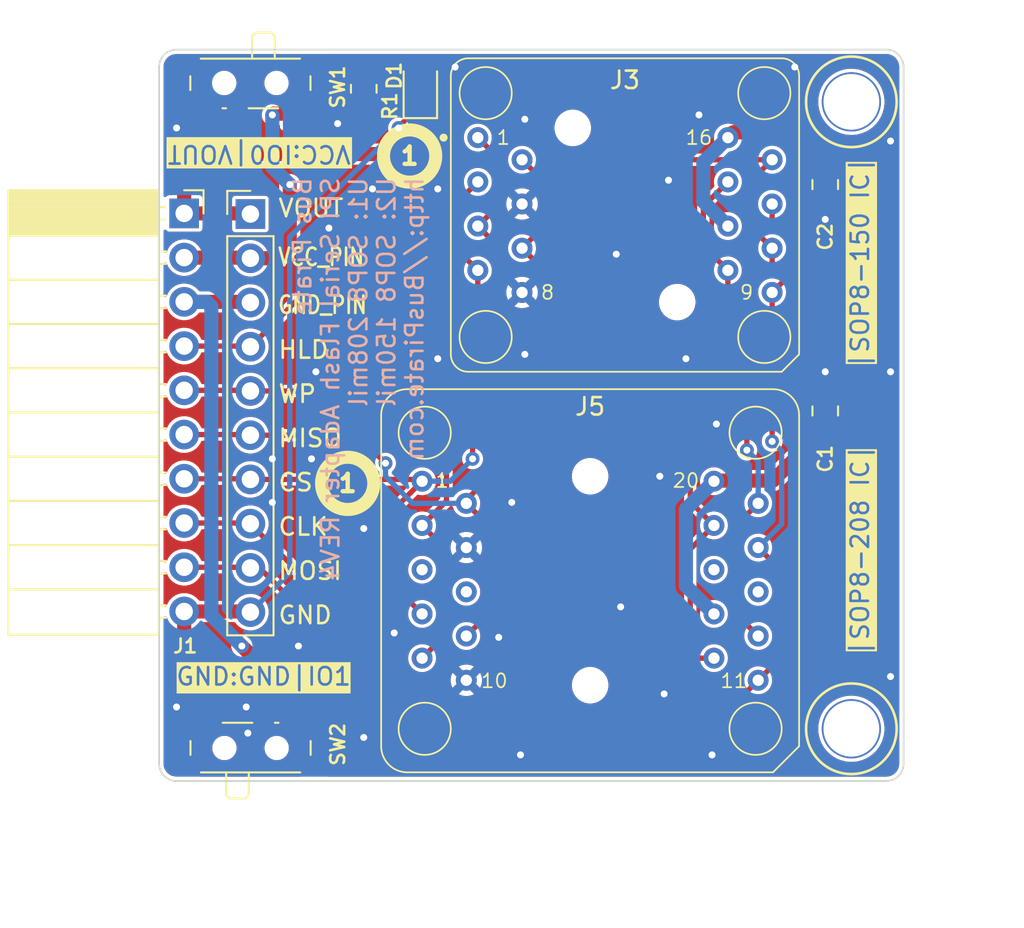
<source format=kicad_pcb>
(kicad_pcb (version 20241229) (generator "pcbnew") (generator_version "9.0")
  (layers (0 "F.Cu" signal) (2 "B.Cu" signal) (13 "F.Paste" user) (15 "B.Paste" user) (5 "F.SilkS" user "F.Silkscreen") (7 "B.SilkS" user "B.Silkscreen") (1 "F.Mask" user) (3 "B.Mask" user) (25 "Edge.Cuts" user))
  (net 0 "")
  (net 1 "Net-(D1-A)")
  (net 2 "VOUT")
  (net 3 "GND")
  (net 4 "CDI")
  (net 5 "CS")
  (net 6 "SCLK")
  (net 7 "CDO")
  (net 8 "VCC_PIN")
  (net 9 "GND_PIN")
  (net 10 "WP")
  (net 11 "HOLD")
  (net 12 "VCC_CHIP")
  (net 13 "GND_CHIP")
  (footprint "LED_SMD:LED_0805_2012Metric" (layer "F.Cu") (at 152 68.25 90)
    (property "Reference" "D1" (at 0.75 -1.5 90) (layer "F.SilkS") (effects (font (size 0.8 0.8))))
    (property "Value" "LED")
    (fp_line (start 1 -0.96) (end -1.685 -0.96) (stroke (width 0.12)) (layer "F.SilkS"))
    (fp_line (start -1.685 -0.96) (end -1.685 0.96) (stroke (width 0.12)) (layer "F.SilkS"))
    (fp_line (start -1.685 0.96) (end 1 0.96) (stroke (width 0.12)) (layer "F.SilkS"))
    (pad "1" smd roundrect (at -0.9375 0 90) (size 0.975 1.4) (layers "F.Cu" "F.Mask" "F.Paste") (net 3 "GND"))
    (pad "2" smd roundrect (at 0.9375 0 90) (size 0.975 1.4) (layers "F.Cu" "F.Mask" "F.Paste") (net 1 "Net-(D1-A)"))
  )
  (footprint "Capacitor_SMD:C_0805_2012Metric" (layer "F.Cu") (at 175.25 73.75 -90)
    (property "Reference" "C2" (at 3 0 90) (layer "F.SilkS") (effects (font (size 0.8 0.8))))
    (property "Value" "0.1uF")
    (fp_line (start -0.261252 0.735) (end 0.261252 0.735) (stroke (width 0.12)) (layer "F.SilkS"))
    (fp_line (start -0.261252 -0.735) (end 0.261252 -0.735) (stroke (width 0.12)) (layer "F.SilkS"))
    (pad "1" smd roundrect (at -0.95 0 270) (size 1 1.45) (layers "F.Cu" "F.Mask" "F.Paste") (net 12 "VCC_CHIP"))
    (pad "2" smd roundrect (at 0.95 0 270) (size 1 1.45) (layers "F.Cu" "F.Mask" "F.Paste") (net 13 "GND_CHIP"))
  )
  (footprint "Button_Switch_SMD:SW_SPDT_PCM12" (layer "F.Cu") (at 142.24 68.25 180)
    (property "Reference" "SW1" (at -5.01 0.104 90) (layer "F.SilkS") (effects (font (size 0.8 0.8))))
    (property "Value" "SW_SPDT")
    (fp_line (start 3.45 0.72) (end 3.45 -0.07) (stroke (width 0.12)) (layer "F.SilkS"))
    (fp_line (start 1.4 -1.12) (end 1.6 -1.12) (stroke (width 0.12)) (layer "F.SilkS"))
    (fp_line (start -0.1 3.02) (end -0.1 1.73) (stroke (width 0.12)) (layer "F.SilkS"))
    (fp_line (start -0.1 3.02) (end -0.3 3.23) (stroke (width 0.12)) (layer "F.SilkS"))
    (fp_line (start -1.2 3.23) (end -0.3 3.23) (stroke (width 0.12)) (layer "F.SilkS"))
    (fp_line (start -1.4 3.02) (end -1.2 3.23) (stroke (width 0.12)) (layer "F.SilkS"))
    (fp_line (start -1.4 1.73) (end -1.4 3.02) (stroke (width 0.12)) (layer "F.SilkS"))
    (fp_line (start -1.6 -1.12) (end 0.1 -1.12) (stroke (width 0.12)) (layer "F.SilkS"))
    (fp_line (start -2.85 1.73) (end 2.85 1.73) (stroke (width 0.12)) (layer "F.SilkS"))
    (fp_line (start -3.45 -0.07) (end -3.45 0.72) (stroke (width 0.12)) (layer "F.SilkS"))
    (pad "" smd rect (at -3.65 -0.78 180) (size 1 0.8) (layers "F.Cu" "F.Mask" "F.Paste"))
    (pad "" smd rect (at -3.65 1.43 180) (size 1 0.8) (layers "F.Cu" "F.Mask" "F.Paste"))
    (pad "" np_thru_hole circle (at -1.5 0.33 180) (size 0.9 0.9) (drill 0.9) (layers "*.Cu" "*.Mask"))
    (pad "" np_thru_hole circle (at 1.5 0.33 180) (size 0.9 0.9) (drill 0.9) (layers "*.Cu" "*.Mask"))
    (pad "" smd rect (at 3.65 -0.78 180) (size 1 0.8) (layers "F.Cu" "F.Mask" "F.Paste"))
    (pad "" smd rect (at 3.65 1.43 180) (size 1 0.8) (layers "F.Cu" "F.Mask" "F.Paste"))
    (pad "1" smd rect (at -2.25 -1.43 180) (size 0.7 1.5) (layers "F.Cu" "F.Mask" "F.Paste") (net 8 "VCC_PIN"))
    (pad "2" smd rect (at 0.75 -1.43 180) (size 0.7 1.5) (layers "F.Cu" "F.Mask" "F.Paste") (net 12 "VCC_CHIP"))
    (pad "3" smd rect (at 2.25 -1.43 180) (size 0.7 1.5) (layers "F.Cu" "F.Mask" "F.Paste") (net 2 "VOUT"))
  )
  (footprint "TEST_SOCKETS:16PIN_SCOKET" (layer "F.Cu") (at 163.75 75.5)
    (property "Reference" "J3" (at 0 -7.75 0) (layer "F.SilkS"))
    (property "Value" "16PIN")
    (fp_line (start -10 8) (end -10 -8) (stroke (width 0.1)) (layer "F.SilkS"))
    (fp_line (start -9 -9) (end 9 -9) (stroke (width 0.1)) (layer "F.SilkS"))
    (fp_line (start 9 9) (end -9 9) (stroke (width 0.1)) (layer "F.SilkS"))
    (fp_line (start 9 9) (end 10 8) (stroke (width 0.1)) (layer "F.SilkS"))
    (fp_line (start 10 -8) (end 10 8) (stroke (width 0.1)) (layer "F.SilkS"))
    (fp_arc (start -10 -8) (mid -9.707107 -8.707107) (end -9 -9) (stroke (width 0.1)) (layer "F.SilkS"))
    (fp_arc (start -9 9) (mid -9.707107 8.707107) (end -10 8) (stroke (width 0.1)) (layer "F.SilkS"))
    (fp_arc (start 9 -9) (mid 9.707107 -8.707107) (end 10 -8) (stroke (width 0.1)) (layer "F.SilkS"))
    (fp_circle (center -10.414 -4.445) (end -10.234395 -4.445) (stroke (width 0.1)) (fill yes) (layer "F.SilkS"))
    (fp_circle (center -8 -7) (end -6.5 -7) (stroke (width 0.1)) (fill no) (layer "F.SilkS"))
    (fp_circle (center -8 7) (end -6.5 7) (stroke (width 0.1)) (fill no) (layer "F.SilkS"))
    (fp_circle (center 8 -7) (end 6.5 -7) (stroke (width 0.1)) (fill no) (layer "F.SilkS"))
    (fp_circle (center 8 7) (end 6.5 7) (stroke (width 0.1)) (fill no) (layer "F.SilkS"))
    (fp_text user "16" (at 4.25 -4.445 0) (layer "F.SilkS") (effects (font (size 0.8 0.8) (thickness 0.1))))
    (fp_text user "8" (at -4.445 4.445 0) (layer "F.SilkS") (effects (font (size 0.8 0.8) (thickness 0.1))))
    (fp_text user "9" (at 6.985 4.445 0) (layer "F.SilkS") (effects (font (size 0.8 0.8) (thickness 0.1))))
    (fp_text user "1" (at -6.985 -4.445 0) (layer "F.SilkS") (effects (font (size 0.8 0.8) (thickness 0.1))))
    (pad "" np_thru_hole circle (at -3 -5) (size 1.6 1.6) (drill 1.6) (layers "*.Cu" "*.Mask"))
    (pad "" np_thru_hole circle (at 3 5 180) (size 1.6 1.6) (drill 1.6) (layers "*.Cu" "*.Mask"))
    (pad "1" thru_hole circle (at -8.45 -4.445) (size 1.2 1.2) (drill 0.65) (layers "*.Cu" "*.Mask") (net 5 "CS"))
    (pad "2" thru_hole circle (at -5.91 -3.175) (size 1.2 1.2) (drill 0.65) (layers "*.Cu" "*.Mask") (net 4 "CDI"))
    (pad "3" thru_hole circle (at -8.45 -1.905) (size 1.2 1.2) (drill 0.65) (layers "*.Cu" "*.Mask") (net 10 "WP"))
    (pad "4" thru_hole circle (at -5.91 -0.635) (size 1.2 1.2) (drill 0.65) (layers "*.Cu" "*.Mask") (net 13 "GND_CHIP"))
    (pad "5" thru_hole circle (at -8.45 0.635) (size 1.2 1.2) (drill 0.65) (layers "*.Cu" "*.Mask") (net 5 "CS"))
    (pad "6" thru_hole circle (at -5.91 1.905) (size 1.2 1.2) (drill 0.65) (layers "*.Cu" "*.Mask") (net 4 "CDI"))
    (pad "7" thru_hole circle (at -8.45 3.175) (size 1.2 1.2) (drill 0.65) (layers "*.Cu" "*.Mask") (net 10 "WP"))
    (pad "8" thru_hole circle (at -5.91 4.445) (size 1.2 1.2) (drill 0.65) (layers "*.Cu" "*.Mask") (net 13 "GND_CHIP"))
    (pad "9" thru_hole circle (at 8.45 4.445 180) (size 1.2 1.2) (drill 0.65) (layers "*.Cu" "*.Mask") (net 7 "CDO"))
    (pad "10" thru_hole circle (at 5.91 3.175 180) (size 1.2 1.2) (drill 0.65) (layers "*.Cu" "*.Mask") (net 6 "SCLK"))
    (pad "11" thru_hole circle (at 8.45 1.905 180) (size 1.2 1.2) (drill 0.65) (layers "*.Cu" "*.Mask") (net 11 "HOLD"))
    (pad "12" thru_hole circle (at 5.91 0.635 180) (size 1.2 1.2) (drill 0.65) (layers "*.Cu" "*.Mask") (net 12 "VCC_CHIP"))
    (pad "13" thru_hole circle (at 8.45 -0.635 180) (size 1.2 1.2) (drill 0.65) (layers "*.Cu" "*.Mask") (net 7 "CDO"))
    (pad "14" thru_hole circle (at 5.91 -1.905 180) (size 1.2 1.2) (drill 0.65) (layers "*.Cu" "*.Mask") (net 6 "SCLK"))
    (pad "15" thru_hole circle (at 8.45 -3.175 180) (size 1.2 1.2) (drill 0.65) (layers "*.Cu" "*.Mask") (net 11 "HOLD"))
    (pad "16" thru_hole circle (at 5.91 -4.445 180) (size 1.2 1.2) (drill 0.65) (layers "*.Cu" "*.Mask") (net 12 "VCC_CHIP"))
  )
  (footprint "TEST_SOCKETS:20PIN_SCOKET" (layer "F.Cu") (at 161.75 96.5)
    (property "Reference" "J5" (at 0 -10 0) (layer "F.SilkS"))
    (property "Value" "20PIN")
    (fp_line (start -12 9.5) (end -12 -9.5) (stroke (width 0.1)) (layer "F.SilkS"))
    (fp_line (start -10.5 -11) (end 10.5 -11) (stroke (width 0.1)) (layer "F.SilkS"))
    (fp_line (start 10.5 11) (end -10.5 11) (stroke (width 0.1)) (layer "F.SilkS"))
    (fp_line (start 10.5 11) (end 12 9.5) (stroke (width 0.1)) (layer "F.SilkS"))
    (fp_line (start 12 -9.5) (end 12 9.5) (stroke (width 0.1)) (layer "F.SilkS"))
    (fp_arc (start -12 -9.5) (mid -11.56066 -10.56066) (end -10.5 -11) (stroke (width 0.1)) (layer "F.SilkS"))
    (fp_arc (start -10.5 11) (mid -11.56066 10.56066) (end -12 9.5) (stroke (width 0.1)) (layer "F.SilkS"))
    (fp_arc (start 10.5 -11) (mid 11.56066 -10.56066) (end 12 -9.5) (stroke (width 0.1)) (layer "F.SilkS"))
    (fp_circle (center -12.5 -5.75) (end -12.320395 -5.75) (stroke (width 0.1)) (fill yes) (layer "F.SilkS"))
    (fp_circle (center -9.5 -8.5) (end -8 -8.5) (stroke (width 0.1)) (fill no) (layer "F.SilkS"))
    (fp_circle (center -9.5 8.5) (end -8 8.5) (stroke (width 0.1)) (fill no) (layer "F.SilkS"))
    (fp_circle (center 9.5 -8.5) (end 8 -8.5) (stroke (width 0.1)) (fill no) (layer "F.SilkS"))
    (fp_circle (center 9.5 8.5) (end 8 8.5) (stroke (width 0.1)) (fill no) (layer "F.SilkS"))
    (fp_text user "10" (at -5.5 5.75 0) (layer "F.SilkS") (effects (font (size 0.8 0.8) (thickness 0.1))))
    (fp_text user "20" (at 5.5 -5.75 0) (layer "F.SilkS") (effects (font (size 0.8 0.8) (thickness 0.1))))
    (fp_text user "1" (at -8.5 -5.75 0) (layer "F.SilkS") (effects (font (size 0.8 0.8) (thickness 0.1))))
    (fp_text user "11" (at 8.25 5.75 0) (layer "F.SilkS") (effects (font (size 0.8 0.8) (thickness 0.1))))
    (pad "" np_thru_hole circle (at 0 -6) (size 1.6 1.6) (drill 1.6) (layers "*.Cu" "*.Mask"))
    (pad "" np_thru_hole circle (at 0 6) (size 1.6 1.6) (drill 1.6) (layers "*.Cu" "*.Mask"))
    (pad "1" thru_hole circle (at -9.65 -5.715) (size 1.2 1.2) (drill 0.65) (layers "*.Cu" "*.Mask") (net 5 "CS"))
    (pad "2" thru_hole circle (at -7.11 -4.445) (size 1.2 1.2) (drill 0.65) (layers "*.Cu" "*.Mask") (net 4 "CDI"))
    (pad "3" thru_hole circle (at -9.65 -3.175) (size 1.2 1.2) (drill 0.65) (layers "*.Cu" "*.Mask") (net 10 "WP"))
    (pad "4" thru_hole circle (at -7.11 -1.905) (size 1.2 1.2) (drill 0.65) (layers "*.Cu" "*.Mask") (net 13 "GND_CHIP"))
    (pad "5" thru_hole circle (at -9.65 -0.635) (size 1.2 1.2) (drill 0.65) (layers "*.Cu" "*.Mask"))
    (pad "6" thru_hole circle (at -7.11 0.635) (size 1.2 1.2) (drill 0.65) (layers "*.Cu" "*.Mask"))
    (pad "7" thru_hole circle (at -9.65 1.905) (size 1.2 1.2) (drill 0.65) (layers "*.Cu" "*.Mask") (net 5 "CS"))
    (pad "8" thru_hole circle (at -7.11 3.175) (size 1.2 1.2) (drill 0.65) (layers "*.Cu" "*.Mask") (net 4 "CDI"))
    (pad "9" thru_hole circle (at -9.65 4.445) (size 1.2 1.2) (drill 0.65) (layers "*.Cu" "*.Mask") (net 10 "WP"))
    (pad "10" thru_hole circle (at -7.11 5.715) (size 1.2 1.2) (drill 0.65) (layers "*.Cu" "*.Mask") (net 13 "GND_CHIP"))
    (pad "11" thru_hole circle (at 9.65 5.715 180) (size 1.2 1.2) (drill 0.65) (layers "*.Cu" "*.Mask") (net 7 "CDO"))
    (pad "12" thru_hole circle (at 7.11 4.445 180) (size 1.2 1.2) (drill 0.65) (layers "*.Cu" "*.Mask") (net 6 "SCLK"))
    (pad "13" thru_hole circle (at 9.65 3.175 180) (size 1.2 1.2) (drill 0.65) (layers "*.Cu" "*.Mask") (net 11 "HOLD"))
    (pad "14" thru_hole circle (at 7.11 1.905 180) (size 1.2 1.2) (drill 0.65) (layers "*.Cu" "*.Mask") (net 12 "VCC_CHIP"))
    (pad "15" thru_hole circle (at 9.65 0.635 180) (size 1.2 1.2) (drill 0.65) (layers "*.Cu" "*.Mask"))
    (pad "16" thru_hole circle (at 7.11 -0.635 180) (size 1.2 1.2) (drill 0.65) (layers "*.Cu" "*.Mask"))
    (pad "17" thru_hole circle (at 9.65 -1.905 180) (size 1.2 1.2) (drill 0.65) (layers "*.Cu" "*.Mask") (net 7 "CDO"))
    (pad "18" thru_hole circle (at 7.11 -3.175 180) (size 1.2 1.2) (drill 0.65) (layers "*.Cu" "*.Mask") (net 6 "SCLK"))
    (pad "19" thru_hole circle (at 9.65 -4.445 180) (size 1.2 1.2) (drill 0.65) (layers "*.Cu" "*.Mask") (net 11 "HOLD"))
    (pad "20" thru_hole circle (at 7.11 -5.715 180) (size 1.2 1.2) (drill 0.65) (layers "*.Cu" "*.Mask") (net 12 "VCC_CHIP"))
  )
  (footprint "Connector_PinSocket_2.54mm:PinSocket_1x10_P2.54mm_Horizontal" (layer "F.Cu") (at 138.437442 75.405607)
    (property "Reference" "J1" (at 0.062558 24.844393 180) (layer "F.SilkS") (effects (font (size 0.8 0.8))))
    (property "Value" "Conn_01x10" (hide yes))
    (fp_line (start -10.09 -1.33) (end -10.09 24.19) (stroke (width 0.12)) (layer "F.SilkS"))
    (fp_line (start -10.09 -1.33) (end -1.46 -1.33) (stroke (width 0.12)) (layer "F.SilkS"))
    (fp_line (start -10.09 -1.21) (end -1.46 -1.21) (stroke (width 0.12)) (layer "F.SilkS"))
    (fp_line (start -10.09 -1.091905) (end -1.46 -1.091905) (stroke (width 0.12)) (layer "F.SilkS"))
    (fp_line (start -10.09 -0.97381) (end -1.46 -0.97381) (stroke (width 0.12)) (layer "F.SilkS"))
    (fp_line (start -10.09 -0.855715) (end -1.46 -0.855715) (stroke (width 0.12)) (layer "F.SilkS"))
    (fp_line (start -10.09 -0.73762) (end -1.46 -0.73762) (stroke (width 0.12)) (layer "F.SilkS"))
    (fp_line (start -10.09 -0.619525) (end -1.46 -0.619525) (stroke (width 0.12)) (layer "F.SilkS"))
    (fp_line (start -10.09 -0.50143) (end -1.46 -0.50143) (stroke (width 0.12)) (layer "F.SilkS"))
    (fp_line (start -10.09 -0.383335) (end -1.46 -0.383335) (stroke (width 0.12)) (layer "F.SilkS"))
    (fp_line (start -10.09 -0.26524) (end -1.46 -0.26524) (stroke (width 0.12)) (layer "F.SilkS"))
    (fp_line (start -10.09 -0.147145) (end -1.46 -0.147145) (stroke (width 0.12)) (layer "F.SilkS"))
    (fp_line (start -10.09 -0.02905) (end -1.46 -0.02905) (stroke (width 0.12)) (layer "F.SilkS"))
    (fp_line (start -10.09 0.089045) (end -1.46 0.089045) (stroke (width 0.12)) (layer "F.SilkS"))
    (fp_line (start -10.09 0.20714) (end -1.46 0.20714) (stroke (width 0.12)) (layer "F.SilkS"))
    (fp_line (start -10.09 0.325235) (end -1.46 0.325235) (stroke (width 0.12)) (layer "F.SilkS"))
    (fp_line (start -10.09 0.44333) (end -1.46 0.44333) (stroke (width 0.12)) (layer "F.SilkS"))
    (fp_line (start -10.09 0.561425) (end -1.46 0.561425) (stroke (width 0.12)) (layer "F.SilkS"))
    (fp_line (start -10.09 0.67952) (end -1.46 0.67952) (stroke (width 0.12)) (layer "F.SilkS"))
    (fp_line (start -10.09 0.797615) (end -1.46 0.797615) (stroke (width 0.12)) (layer "F.SilkS"))
    (fp_line (start -10.09 0.91571) (end -1.46 0.91571) (stroke (width 0.12)) (layer "F.SilkS"))
    (fp_line (start -10.09 1.033805) (end -1.46 1.033805) (stroke (width 0.12)) (layer "F.SilkS"))
    (fp_line (start -10.09 1.1519) (end -1.46 1.1519) (stroke (width 0.12)) (layer "F.SilkS"))
    (fp_line (start -10.09 1.27) (end -1.46 1.27) (stroke (width 0.12)) (layer "F.SilkS"))
    (fp_line (start -10.09 3.81) (end -1.46 3.81) (stroke (width 0.12)) (layer "F.SilkS"))
    (fp_line (start -10.09 6.35) (end -1.46 6.35) (stroke (width 0.12)) (layer "F.SilkS"))
    (fp_line (start -10.09 8.89) (end -1.46 8.89) (stroke (width 0.12)) (layer "F.SilkS"))
    (fp_line (start -10.09 11.43) (end -1.46 11.43) (stroke (width 0.12)) (layer "F.SilkS"))
    (fp_line (start -10.09 13.97) (end -1.46 13.97) (stroke (width 0.12)) (layer "F.SilkS"))
    (fp_line (start -10.09 16.51) (end -1.46 16.51) (stroke (width 0.12)) (layer "F.SilkS"))
    (fp_line (start -10.09 19.05) (end -1.46 19.05) (stroke (width 0.12)) (layer "F.SilkS"))
    (fp_line (start -10.09 21.59) (end -1.46 21.59) (stroke (width 0.12)) (layer "F.SilkS"))
    (fp_line (start -10.09 24.19) (end -1.46 24.19) (stroke (width 0.12)) (layer "F.SilkS"))
    (fp_line (start -1.46 -1.33) (end -1.46 24.19) (stroke (width 0.12)) (layer "F.SilkS"))
    (fp_line (start -1.46 -0.36) (end -1.11 -0.36) (stroke (width 0.12)) (layer "F.SilkS"))
    (fp_line (start -1.46 0.36) (end -1.11 0.36) (stroke (width 0.12)) (layer "F.SilkS"))
    (fp_line (start -1.46 2.18) (end -1.05 2.18) (stroke (width 0.12)) (layer "F.SilkS"))
    (fp_line (start -1.46 2.9) (end -1.05 2.9) (stroke (width 0.12)) (layer "F.SilkS"))
    (fp_line (start -1.46 4.72) (end -1.05 4.72) (stroke (width 0.12)) (layer "F.SilkS"))
    (fp_line (start -1.46 5.44) (end -1.05 5.44) (stroke (width 0.12)) (layer "F.SilkS"))
    (fp_line (start -1.46 7.26) (end -1.05 7.26) (stroke (width 0.12)) (layer "F.SilkS"))
    (fp_line (start -1.46 7.98) (end -1.05 7.98) (stroke (width 0.12)) (layer "F.SilkS"))
    (fp_line (start -1.46 9.8) (end -1.05 9.8) (stroke (width 0.12)) (layer "F.SilkS"))
    (fp_line (start -1.46 10.52) (end -1.05 10.52) (stroke (width 0.12)) (layer "F.SilkS"))
    (fp_line (start -1.46 12.34) (end -1.05 12.34) (stroke (width 0.12)) (layer "F.SilkS"))
    (fp_line (start -1.46 13.06) (end -1.05 13.06) (stroke (width 0.12)) (layer "F.SilkS"))
    (fp_line (start -1.46 14.88) (end -1.05 14.88) (stroke (width 0.12)) (layer "F.SilkS"))
    (fp_line (start -1.46 15.6) (end -1.05 15.6) (stroke (width 0.12)) (layer "F.SilkS"))
    (fp_line (start -1.46 17.42) (end -1.05 17.42) (stroke (width 0.12)) (layer "F.SilkS"))
    (fp_line (start -1.46 18.14) (end -1.05 18.14) (stroke (width 0.12)) (layer "F.SilkS"))
    (fp_line (start -1.46 19.96) (end -1.05 19.96) (stroke (width 0.12)) (layer "F.SilkS"))
    (fp_line (start -1.46 20.68) (end -1.05 20.68) (stroke (width 0.12)) (layer "F.SilkS"))
    (fp_line (start -1.46 22.5) (end -1.05 22.5) (stroke (width 0.12)) (layer "F.SilkS"))
    (fp_line (start -1.46 23.22) (end -1.05 23.22) (stroke (width 0.12)) (layer "F.SilkS"))
    (fp_line (start 0 -1.33) (end 1.11 -1.33) (stroke (width 0.12)) (layer "F.SilkS"))
    (fp_line (start 1.11 -1.33) (end 1.11 0) (stroke (width 0.12)) (layer "F.SilkS"))
    (pad "1" thru_hole rect (at 0 0) (size 1.7 1.7) (drill 1) (layers "*.Cu" "*.Mask") (net 2 "VOUT"))
    (pad "2" thru_hole oval (at 0 2.54) (size 1.7 1.7) (drill 1) (layers "*.Cu" "*.Mask") (net 8 "VCC_PIN"))
    (pad "3" thru_hole oval (at 0 5.08) (size 1.7 1.7) (drill 1) (layers "*.Cu" "*.Mask") (net 9 "GND_PIN"))
    (pad "4" thru_hole oval (at 0 7.62) (size 1.7 1.7) (drill 1) (layers "*.Cu" "*.Mask") (net 11 "HOLD"))
    (pad "5" thru_hole oval (at 0 10.16) (size 1.7 1.7) (drill 1) (layers "*.Cu" "*.Mask") (net 10 "WP"))
    (pad "6" thru_hole oval (at 0 12.7) (size 1.7 1.7) (drill 1) (layers "*.Cu" "*.Mask") (net 4 "CDI"))
    (pad "7" thru_hole oval (at 0 15.24) (size 1.7 1.7) (drill 1) (layers "*.Cu" "*.Mask") (net 5 "CS"))
    (pad "8" thru_hole oval (at 0 17.78) (size 1.7 1.7) (drill 1) (layers "*.Cu" "*.Mask") (net 6 "SCLK"))
    (pad "9" thru_hole oval (at 0 20.32) (size 1.7 1.7) (drill 1) (layers "*.Cu" "*.Mask") (net 7 "CDO"))
    (pad "10" thru_hole oval (at 0 22.86) (size 1.7 1.7) (drill 1) (layers "*.Cu" "*.Mask") (net 3 "GND"))
  )
  (footprint "Capacitor_SMD:C_0805_2012Metric" (layer "F.Cu") (at 175.25 86.75 90)
    (property "Reference" "C1" (at -2.75 0 90) (layer "F.SilkS") (effects (font (size 0.8 0.8))))
    (property "Value" "0.1uF")
    (fp_line (start -0.261252 -0.735) (end 0.261252 -0.735) (stroke (width 0.12)) (layer "F.SilkS"))
    (fp_line (start -0.261252 0.735) (end 0.261252 0.735) (stroke (width 0.12)) (layer "F.SilkS"))
    (pad "1" smd roundrect (at -0.95 0 90) (size 1 1.45) (layers "F.Cu" "F.Mask" "F.Paste") (net 12 "VCC_CHIP"))
    (pad "2" smd roundrect (at 0.95 0 90) (size 1 1.45) (layers "F.Cu" "F.Mask" "F.Paste") (net 13 "GND_CHIP"))
  )
  (footprint "Connector_PinHeader_2.54mm:PinHeader_1x10_P2.54mm_Vertical" (layer "F.Cu") (at 142.24 75.443)
    (property "Reference" "J2")
    (property "Value" "Conn_01x10" (hide yes))
    (fp_line (start -1.33 -1.33) (end 0 -1.33) (stroke (width 0.12)) (layer "F.SilkS"))
    (fp_line (start -1.33 0) (end -1.33 -1.33) (stroke (width 0.12)) (layer "F.SilkS"))
    (fp_line (start -1.33 1.27) (end -1.33 24.19) (stroke (width 0.12)) (layer "F.SilkS"))
    (fp_line (start -1.33 1.27) (end 1.33 1.27) (stroke (width 0.12)) (layer "F.SilkS"))
    (fp_line (start -1.33 24.19) (end 1.33 24.19) (stroke (width 0.12)) (layer "F.SilkS"))
    (fp_line (start 1.33 1.27) (end 1.33 24.19) (stroke (width 0.12)) (layer "F.SilkS"))
    (pad "1" thru_hole rect (at 0 0) (size 1.7 1.7) (drill 1) (layers "*.Cu" "*.Mask") (net 2 "VOUT"))
    (pad "2" thru_hole oval (at 0 2.54) (size 1.7 1.7) (drill 1) (layers "*.Cu" "*.Mask") (net 8 "VCC_PIN"))
    (pad "3" thru_hole oval (at 0 5.08) (size 1.7 1.7) (drill 1) (layers "*.Cu" "*.Mask") (net 9 "GND_PIN"))
    (pad "4" thru_hole oval (at 0 7.62) (size 1.7 1.7) (drill 1) (layers "*.Cu" "*.Mask") (net 11 "HOLD"))
    (pad "5" thru_hole oval (at 0 10.16) (size 1.7 1.7) (drill 1) (layers "*.Cu" "*.Mask") (net 10 "WP"))
    (pad "6" thru_hole oval (at 0 12.7) (size 1.7 1.7) (drill 1) (layers "*.Cu" "*.Mask") (net 4 "CDI"))
    (pad "7" thru_hole oval (at 0 15.24) (size 1.7 1.7) (drill 1) (layers "*.Cu" "*.Mask") (net 5 "CS"))
    (pad "8" thru_hole oval (at 0 17.78) (size 1.7 1.7) (drill 1) (layers "*.Cu" "*.Mask") (net 6 "SCLK"))
    (pad "9" thru_hole oval (at 0 20.32) (size 1.7 1.7) (drill 1) (layers "*.Cu" "*.Mask") (net 7 "CDO"))
    (pad "10" thru_hole oval (at 0 22.86) (size 1.7 1.7) (drill 1) (layers "*.Cu" "*.Mask") (net 3 "GND"))
  )
  (footprint "Button_Switch_SMD:SW_SPDT_PCM12" (layer "F.Cu") (at 142.25 105.775)
    (property "Reference" "SW2" (at 5.01 0.118 270) (layer "F.SilkS") (effects (font (size 0.8 0.8))))
    (property "Value" "SW_SPDT")
    (fp_line (start -3.45 -0.07) (end -3.45 0.72) (stroke (width 0.12)) (layer "F.SilkS"))
    (fp_line (start -2.85 1.73) (end 2.85 1.73) (stroke (width 0.12)) (layer "F.SilkS"))
    (fp_line (start -1.6 -1.12) (end 0.1 -1.12) (stroke (width 0.12)) (layer "F.SilkS"))
    (fp_line (start -1.4 1.73) (end -1.4 3.02) (stroke (width 0.12)) (layer "F.SilkS"))
    (fp_line (start -1.4 3.02) (end -1.2 3.23) (stroke (width 0.12)) (layer "F.SilkS"))
    (fp_line (start -1.2 3.23) (end -0.3 3.23) (stroke (width 0.12)) (layer "F.SilkS"))
    (fp_line (start -0.1 3.02) (end -0.3 3.23) (stroke (width 0.12)) (layer "F.SilkS"))
    (fp_line (start -0.1 3.02) (end -0.1 1.73) (stroke (width 0.12)) (layer "F.SilkS"))
    (fp_line (start 1.4 -1.12) (end 1.6 -1.12) (stroke (width 0.12)) (layer "F.SilkS"))
    (fp_line (start 3.45 0.72) (end 3.45 -0.07) (stroke (width 0.12)) (layer "F.SilkS"))
    (pad "" smd rect (at -3.65 -0.78) (size 1 0.8) (layers "F.Cu" "F.Mask" "F.Paste"))
    (pad "" smd rect (at -3.65 1.43) (size 1 0.8) (layers "F.Cu" "F.Mask" "F.Paste"))
    (pad "" np_thru_hole circle (at -1.5 0.33) (size 0.9 0.9) (drill 0.9) (layers "*.Cu" "*.Mask"))
    (pad "" np_thru_hole circle (at 1.5 0.33) (size 0.9 0.9) (drill 0.9) (layers "*.Cu" "*.Mask"))
    (pad "" smd rect (at 3.65 -0.78) (size 1 0.8) (layers "F.Cu" "F.Mask" "F.Paste"))
    (pad "" smd rect (at 3.65 1.43) (size 1 0.8) (layers "F.Cu" "F.Mask" "F.Paste"))
    (pad "1" smd rect (at -2.25 -1.43) (size 0.7 1.5) (layers "F.Cu" "F.Mask" "F.Paste") (net 3 "GND"))
    (pad "2" smd rect (at 0.75 -1.43) (size 0.7 1.5) (layers "F.Cu" "F.Mask" "F.Paste") (net 13 "GND_CHIP"))
    (pad "3" smd rect (at 2.25 -1.43) (size 0.7 1.5) (layers "F.Cu" "F.Mask" "F.Paste") (net 9 "GND_PIN"))
  )
  (footprint "Resistor_SMD:R_0805_2012Metric" (layer "F.Cu") (at 148.75 68.25 90)
    (property "Reference" "R1" (at -1 1.5 90) (layer "F.SilkS") (effects (font (size 0.8 0.8))))
    (property "Value" "2K")
    (fp_line (start -0.227064 -0.735) (end 0.227064 -0.735) (stroke (width 0.12)) (layer "F.SilkS"))
    (fp_line (start -0.227064 0.735) (end 0.227064 0.735) (stroke (width 0.12)) (layer "F.SilkS"))
    (pad "1" smd roundrect (at -0.9125 0 90) (size 1.025 1.4) (layers "F.Cu" "F.Mask" "F.Paste") (roundrect_rratio 0.243902439) (net 2 "VOUT"))
    (pad "2" smd roundrect (at 0.9125 0 90) (size 1.025 1.4) (layers "F.Cu" "F.Mask" "F.Paste") (roundrect_rratio 0.243902439) (net 1 "Net-(D1-A)"))
  )
  (gr_circle (center 151.384 72.112) (end 152.884 72.112) (stroke (width 0.75)) (fill no) (layer "F.SilkS"))
  (gr_circle (center 176.75 69) (end 179.35 69) (stroke (width 0.15)) (fill no) (layer "F.SilkS"))
  (gr_circle (center 176.75 105) (end 179.35 105) (stroke (width 0.15)) (fill no) (layer "F.SilkS"))
  (gr_circle (center 147.828 90.908) (end 149.328 90.908) (stroke (width 0.75)) (fill no) (layer "F.SilkS"))
  (gr_line (start 138 66) (end 178.75 66) (stroke (width 0.1)) (layer "Edge.Cuts"))
  (gr_line (start 138 108) (end 178.75 108) (stroke (width 0.1)) (layer "Edge.Cuts"))
  (gr_line (start 179.75 107) (end 179.75 67) (stroke (width 0.1)) (layer "Edge.Cuts"))
  (gr_line (start 137 67) (end 137 107) (stroke (width 0.1)) (layer "Edge.Cuts"))
  (gr_arc (start 179.75 107) (mid 179.457107 107.707107) (end 178.75 108) (stroke (width 0.1)) (layer "Edge.Cuts"))
  (gr_arc (start 178.75 66) (mid 179.457107 66.292893) (end 179.75 67) (stroke (width 0.1)) (layer "Edge.Cuts"))
  (gr_arc (start 138 108) (mid 137.292893 107.707107) (end 137 107) (stroke (width 0.1)) (layer "Edge.Cuts"))
  (gr_arc (start 137 67) (mid 137.292893 66.292893) (end 138 66) (stroke (width 0.1)) (layer "Edge.Cuts"))
  (gr_text "VCC:IO0|VOUT" (at 142.75 72 180) (layer "F.SilkS" knockout) (effects (font (size 1 1))))
  (gr_text "HLD" (at 143.764 83.82 0) (layer "F.SilkS") (effects (font (size 1 1)) (justify left bottom)))
  (gr_text "WP" (at 143.764 86.36 0) (layer "F.SilkS") (effects (font (size 1 1)) (justify left bottom)))
  (gr_text "VCC_PIN" (at 143.75 78.5 0) (layer "F.SilkS") (effects (font (size 1 0.8)) (justify left bottom)))
  (gr_text "MISO" (at 143.764 88.9 0) (layer "F.SilkS") (effects (font (size 1 1)) (justify left bottom)))
  (gr_text "MOSI" (at 143.764 96.52 0) (layer "F.SilkS") (effects (font (size 1 1)) (justify left bottom)))
  (gr_text "1" (at 147.828 90.908 0) (layer "F.SilkS") (effects (font (size 1 1) (thickness 0.25) (bold yes))))
  (gr_text "|SOP8-150 IC|" (at 177.25 78.25 90) (layer "F.SilkS" knockout) (effects (font (size 1 1))))
  (gr_text "CLK" (at 143.764 93.98 0) (layer "F.SilkS") (effects (font (size 1 1)) (justify left bottom)))
  (gr_text "VOUT" (at 143.764 75.692 0) (layer "F.SilkS") (effects (font (size 1 1)) (justify left bottom)))
  (gr_text "GND:GND|IO1" (at 143 102 0) (layer "F.SilkS" knockout) (effects (font (size 1 1))))
  (gr_text "GND_PIN" (at 143.75 81.25 0) (layer "F.SilkS") (effects (font (size 1 0.8)) (justify left bottom)))
  (gr_text "GND" (at 143.764 99.06 0) (layer "F.SilkS") (effects (font (size 1 1)) (justify left bottom)))
  (gr_text "|SOP8-208 IC|" (at 177.25 94.75 90) (layer "F.SilkS" knockout) (effects (font (size 1 1))))
  (gr_text "1" (at 151.384 72.112 0) (layer "F.SilkS") (effects (font (size 1 1) (thickness 0.25) (bold yes))))
  (gr_text "CS" (at 143.764 91.44 0) (layer "F.SilkS") (effects (font (size 1 1)) (justify left bottom)))
  (gr_text "Bus Pirate\nSPI Serial Flash Adapter REV4\nU1: SOP8 208mil\nU2: SOP8 150mil\nhttp://BusPirate.com" (at 152.25 73.25 90) (layer "B.SilkS") (effects (font (size 1 1)) (justify left bottom mirror)))
  (via (at 176.75 105) (size 3.4) (drill 3.2) (layers "F.Cu" "B.Cu") (net 0))
  (via (at 176.75 69) (size 3.4) (drill 3.2) (layers "F.Cu" "B.Cu") (net 0))
  (segment (start 148.775 67.3125) (end 148.75 67.3375) (width 0.3048) (layer "F.Cu") (net 1))
  (segment (start 152 67.3125) (end 148.775 67.3125) (width 0.3048) (layer "F.Cu") (net 1))
  (segment (start 140.25 66.75) (end 144.25 66.75) (width 0.3048) (layer "F.Cu") (net 2))
  (segment (start 138.437442 75.405607) (end 142.202607 75.405607) (width 0.8128) (layer "F.Cu") (net 2))
  (segment (start 144.25 66.75) (end 145.5 68) (width 0.3048) (layer "F.Cu") (net 2))
  (segment (start 139.75 68.5) (end 139.75 67.25) (width 0.3048) (layer "F.Cu") (net 2))
  (segment (start 145.5 68) (end 147.25 68) (width 0.3048) (layer "F.Cu") (net 2))
  (segment (start 142.202607 75.405607) (end 142.24 75.443) (width 0.8128) (layer "F.Cu") (net 2))
  (segment (start 139.99 69.68) (end 139.99 68.74) (width 0.3048) (layer "F.Cu") (net 2))
  (segment (start 147.25 68) (end 148.4125 69.1625) (width 0.3048) (layer "F.Cu") (net 2))
  (segment (start 139.99 71.01) (end 139.99 69.68) (width 0.8128) (layer "F.Cu") (net 2))
  (segment (start 138.437442 72.562558) (end 139.99 71.01) (width 0.8128) (layer "F.Cu") (net 2))
  (segment (start 139.99 68.74) (end 139.75 68.5) (width 0.3048) (layer "F.Cu") (net 2))
  (segment (start 138.437442 75.405607) (end 138.437442 72.562558) (width 0.8128) (layer "F.Cu") (net 2))
  (segment (start 139.75 67.25) (end 140.25 66.75) (width 0.3048) (layer "F.Cu") (net 2))
  (segment (start 148.4125 69.1625) (end 148.75 69.1625) (width 0.3048) (layer "F.Cu") (net 2))
  (segment (start 150.75 70.4375) (end 152 69.1875) (width 0.3048) (layer "F.Cu") (net 3))
  (segment (start 138.437442 98.265607) (end 142.202607 98.265607) (width 0.8128) (layer "F.Cu") (net 3))
  (segment (start 142.202607 98.265607) (end 142.24 98.303) (width 0.8128) (layer "F.Cu") (net 3))
  (segment (start 138.437442 100.187442) (end 138.437442 98.265607) (width 0.8128) (layer "F.Cu") (net 3))
  (segment (start 140 101.75) (end 138.437442 100.187442) (width 0.8128) (layer "F.Cu") (net 3))
  (segment (start 140 104.345) (end 140 101.75) (width 0.8128) (layer "F.Cu") (net 3))
  (segment (start 150.75 70.5) (end 150.75 70.4375) (width 0.3048) (layer "F.Cu") (net 3))
  (via (at 150.75 70.5) (size 0.8) (drill 0.4) (layers "F.Cu" "B.Cu") (net 3))
  (segment (start 150.75 70.5) (end 144.5 76.75) (width 0.3048) (layer "B.Cu") (net 3))
  (segment (start 144.5 96.043) (end 142.24 98.303) (width 0.3048) (layer "B.Cu") (net 3))
  (segment (start 144.5 76.75) (end 144.5 96.043) (width 0.3048) (layer "B.Cu") (net 3))
  (segment (start 159.25 87.25) (end 159.25 78.815) (width 0.3048) (layer "F.Cu") (net 4))
  (segment (start 148.393 88.143) (end 142.24 88.143) (width 0.3048) (layer "F.Cu") (net 4))
  (segment (start 159.25 75.995) (end 159.25 73.735) (width 0.3048) (layer "F.Cu") (net 4))
  (segment (start 157.84 77.405) (end 159.25 75.995) (width 0.3048) (layer "F.Cu") (net 4))
  (segment (start 159.25 78.815) (end 157.84 77.405) (width 0.3048) (layer "F.Cu") (net 4))
  (segment (start 154.64 92.055) (end 154.64 91.86) (width 0.3048) (layer "F.Cu") (net 4))
  (segment (start 154.64 99.675) (end 156 98.315) (width 0.3048) (layer "F.Cu") (net 4))
  (segment (start 150 89.75) (end 148.393 88.143) (width 0.3048) (layer "F.Cu") (net 4))
  (segment (start 156 93.415) (end 154.64 92.055) (width 0.3048) (layer "F.Cu") (net 4))
  (segment (start 154.64 91.86) (end 159.25 87.25) (width 0.3048) (layer "F.Cu") (net 4))
  (segment (start 156 98.315) (end 156 93.415) (width 0.3048) (layer "F.Cu") (net 4))
  (segment (start 159.25 73.735) (end 157.84 72.325) (width 0.3048) (layer "F.Cu") (net 4))
  (segment (start 138.437442 88.105607) (end 142.202607 88.105607) (width 0.3048) (layer "F.Cu") (net 4))
  (via (at 150 89.75) (size 0.8) (drill 0.4) (layers "F.Cu" "B.Cu") (net 4))
  (segment (start 150 90.5) (end 151.555 92.055) (width 0.3048) (layer "B.Cu") (net 4))
  (segment (start 151.555 92.055) (end 154.64 92.055) (width 0.3048) (layer "B.Cu") (net 4))
  (segment (start 150 89.75) (end 150 90.5) (width 0.3048) (layer "B.Cu") (net 4))
  (segment (start 156.5 77.335) (end 155.3 76.135) (width 0.3048) (layer "F.Cu") (net 5))
  (segment (start 142.24 90.683) (end 151.998 90.683) (width 0.3048) (layer "F.Cu") (net 5))
  (segment (start 151.998 90.683) (end 152.1 90.785) (width 0.3048) (layer "F.Cu") (net 5))
  (segment (start 152.1 90.785) (end 150.5 92.385) (width 0.3048) (layer "F.Cu") (net 5))
  (segment (start 150.5 92.385) (end 150.5 96.805) (width 0.3048) (layer "F.Cu") (net 5))
  (segment (start 156.5 84.5) (end 156.5 77.335) (width 0.3048) (layer "F.Cu") (net 5))
  (segment (start 156.5 74.935) (end 155.3 76.135) (width 0.3048) (layer "F.Cu") (net 5))
  (segment (start 155 86) (end 156.5 84.5) (width 0.3048) (layer "F.Cu") (net 5))
  (segment (start 155.3 71.055) (end 156.5 72.255) (width 0.3048) (layer "F.Cu") (net 5))
  (segment (start 155 89.5) (end 155 86) (width 0.3048) (layer "F.Cu") (net 5))
  (segment (start 150.5 96.805) (end 152.1 98.405) (width 0.3048) (layer "F.Cu") (net 5))
  (segment (start 156.5 72.255) (end 156.5 74.935) (width 0.3048) (layer "F.Cu") (net 5))
  (segment (start 138.437442 90.645607) (end 142.202607 90.645607) (width 0.3048) (layer "F.Cu") (net 5))
  (via (at 155 89.5) (size 0.8) (drill 0.4) (layers "F.Cu" "B.Cu") (net 5))
  (segment (start 155 89.5) (end 153.715 90.785) (width 0.3048) (layer "B.Cu") (net 5))
  (segment (start 153.715 90.785) (end 152.1 90.785) (width 0.3048) (layer "B.Cu") (net 5))
  (segment (start 167.5 86) (end 169.66 83.84) (width 0.3048) (layer "F.Cu") (net 6))
  (segment (start 168.86 93.325) (end 167.5 94.685) (width 0.3048) (layer "F.Cu") (net 6))
  (segment (start 167.5 94.685) (end 167.5 100.945) (width 0.3048) (layer "F.Cu") (net 6))
  (segment (start 152.5 103.5) (end 158 103.5) (width 0.3048) (layer "F.Cu") (net 6))
  (segment (start 160.555 100.945) (end 167.5 100.945) (width 0.3048) (layer "F.Cu") (net 6))
  (segment (start 142.24 93.223) (end 142.24 93.24) (width 0.3048) (layer "F.Cu") (net 6))
  (segment (start 169.66 78.675) (end 168.25 77.265) (width 0.3048) (layer "F.Cu") (net 6))
  (segment (start 168.25 77.265) (end 168.25 75.005) (width 0.3048) (layer "F.Cu") (net 6))
  (segment (start 167.5 91.965) (end 167.5 86) (width 0.3048) (layer "F.Cu") (net 6))
  (segment (start 168.86 93.325) (end 167.5 91.965) (width 0.3048) (layer "F.Cu") (net 6))
  (segment (start 138.437442 93.185607) (end 142.202607 93.185607) (width 0.3048) (layer "F.Cu") (net 6))
  (segment (start 168.25 75.005) (end 169.66 73.595) (width 0.3048) (layer "F.Cu") (net 6))
  (segment (start 142.24 93.24) (end 152.5 103.5) (width 0.3048) (layer "F.Cu") (net 6))
  (segment (start 169.66 83.84) (end 169.66 78.675) (width 0.3048) (layer "F.Cu") (net 6))
  (segment (start 158 103.5) (end 160.555 100.945) (width 0.3048) (layer "F.Cu") (net 6))
  (segment (start 167.5 100.945) (end 168.86 100.945) (width 0.3048) (layer "F.Cu") (net 6))
  (segment (start 172.2 75.7825) (end 172.2 74.865) (width 0.3048) (layer "F.Cu") (net 7))
  (segment (start 173.5 78.645) (end 173.5 77.0825) (width 0.3048) (layer "F.Cu") (net 7))
  (segment (start 171.4 102.215) (end 172.5 101.115) (width 0.3048) (layer "F.Cu") (net 7))
  (segment (start 172.5 101.115) (end 172.5 95.695) (width 0.3048) (layer "F.Cu") (net 7))
  (segment (start 169.115 104.5) (end 171.4 102.215) (width 0.3048) (layer "F.Cu") (net 7))
  (segment (start 173.5 77.0825) (end 172.2 75.7825) (width 0.3048) (layer "F.Cu") (net 7))
  (segment (start 142.763 95.763) (end 151.5 104.5) (width 0.3048) (layer "F.Cu") (net 7))
  (segment (start 138.437442 95.725607) (end 142.202607 95.725607) (width 0.3048) (layer "F.Cu") (net 7))
  (segment (start 172.5 95.695) (end 171.4 94.595) (width 0.3048) (layer "F.Cu") (net 7))
  (segment (start 151.5 104.5) (end 169.115 104.5) (width 0.3048) (layer "F.Cu") (net 7))
  (segment (start 172.2 79.945) (end 173.5 78.645) (width 0.3048) (layer "F.Cu") (net 7))
  (segment (start 172.2 88.5) (end 172.2 79.945) (width 0.3048) (layer "F.Cu") (net 7))
  (segment (start 142.24 95.763) (end 142.763 95.763) (width 0.3048) (layer "F.Cu") (net 7))
  (via (at 172.2 88.5) (size 0.8) (drill 0.4) (layers "F.Cu" "B.Cu") (net 7))
  (segment (start 172.75 89.05) (end 172.75 93.245) (width 0.3048) (layer "B.Cu") (net 7))
  (segment (start 172.75 93.245) (end 171.4 94.595) (width 0.3048) (layer "B.Cu") (net 7))
  (segment (start 172.2 88.5) (end 172.75 89.05) (width 0.3048) (layer "B.Cu") (net 7))
  (segment (start 142.24 77.983) (end 143.767 77.983) (width 0.8128) (layer "F.Cu") (net 8))
  (segment (start 143.57 69.68) (end 144.49 69.68) (width 0.8128) (layer "F.Cu") (net 8))
  (segment (start 142.202607 77.945607) (end 142.24 77.983) (width 0.8128) (layer "F.Cu") (net 8))
  (segment (start 144.5 77.25) (end 144.5 73.75) (width 0.8128) (layer "F.Cu") (net 8))
  (segment (start 143.767 77.983) (end 144.5 77.25) (width 0.8128) (layer "F.Cu") (net 8))
  (segment (start 138.437442 77.945607) (end 142.202607 77.945607) (width 0.8128) (layer "F.Cu") (net 8))
  (segment (start 143.5 69.75) (end 143.57 69.68) (width 0.8128) (layer "F.Cu") (net 8))
  (via (at 143.5 69.75) (size 0.8) (drill 0.4) (layers "F.Cu" "B.Cu") (net 8))
  (via (at 144.5 73.75) (size 0.8) (drill 0.4) (layers "F.Cu" "B.Cu") (net 8))
  (segment (start 143.5 72.75) (end 144.5 73.75) (width 0.8128) (layer "B.Cu") (net 8))
  (segment (start 143.5 69.75) (end 143.5 72.75) (width 0.8128) (layer "B.Cu") (net 8))
  (segment (start 141.75 100.25) (end 144.5 103) (width 0.8128) (layer "F.Cu") (net 9))
  (segment (start 138.437442 80.485607) (end 142.202607 80.485607) (width 0.8128) (layer "F.Cu") (net 9))
  (segment (start 144.5 103) (end 144.5 104.345) (width 0.8128) (layer "F.Cu") (net 9))
  (via (at 141.75 100.25) (size 0.8) (drill 0.4) (layers "F.Cu" "B.Cu") (net 9))
  (segment (start 140 98.5) (end 140 80.75) (width 0.8128) (layer "B.Cu") (net 9))
  (segment (start 140 80.75) (end 139.735607 80.485607) (width 0.8128) (layer "B.Cu") (net 9))
  (segment (start 141.75 100.25) (end 140 98.5) (width 0.8128) (layer "B.Cu") (net 9))
  (segment (start 139.735607 80.485607) (end 138.437442 80.485607) (width 0.8128) (layer "B.Cu") (net 9))
  (segment (start 155.3 83.803) (end 153.5 85.603) (width 0.3048) (layer "F.Cu") (net 10))
  (segment (start 155.3 78.675) (end 155.3 83.803) (width 0.3048) (layer "F.Cu") (net 10))
  (segment (start 153.5 94.725) (end 153.5 99.545) (width 0.3048) (layer "F.Cu") (net 10))
  (segment (start 155.3 73.595) (end 154 74.895) (width 0.3048) (layer "F.Cu") (net 10))
  (segment (start 142.24 85.603) (end 153.5 85.603) (width 0.3048) (layer "F.Cu") (net 10))
  (segment (start 154 74.895) (end 154 77.375) (width 0.3048) (layer "F.Cu") (net 10))
  (segment (start 138.437442 85.565607) (end 142.202607 85.565607) (width 0.3048) (layer "F.Cu") (net 10))
  (segment (start 154 77.375) (end 155.3 78.675) (width 0.3048) (layer "F.Cu") (net 10))
  (segment (start 152.1 93.325) (end 153.5 94.725) (width 0.3048) (layer "F.Cu") (net 10))
  (segment (start 153.5 99.545) (end 152.1 100.945) (width 0.3048) (layer "F.Cu") (net 10))
  (segment (start 153.5 85.603) (end 153.5 91.925) (width 0.3048) (layer "F.Cu") (net 10))
  (segment (start 153.5 91.925) (end 152.1 93.325) (width 0.3048) (layer "F.Cu") (net 10))
  (segment (start 138.437442 83.025607) (end 142.202607 83.025607) (width 0.3048) (layer "F.Cu") (net 11))
  (segment (start 170.25 93.205) (end 171.4 92.055) (width 0.3048) (layer "F.Cu") (net 11))
  (segment (start 170.75 89) (end 170.75 79.703528) (width 0.3048) (layer "F.Cu") (net 11))
  (segment (start 170.75 79.703528) (end 172.2 78.253528) (width 0.3048) (layer "F.Cu") (net 11))
  (segment (start 170.25 98.525) (end 170.25 93.205) (width 0.3048) (layer "F.Cu") (net 11))
  (segment (start 172.2 77.405) (end 171 76.205) (width 0.3048) (layer "F.Cu") (net 11))
  (segment (start 155.75 69) (end 164 69) (width 0.3048) (layer "F.Cu") (net 11))
  (segment (start 171 73.525) (end 172.2 72.325) (width 0.3048) (layer "F.Cu") (net 11))
  (segment (start 171 76.205) (end 171 73.525) (width 0.3048) (layer "F.Cu") (net 11))
  (segment (start 164 69) (end 167.325 72.325) (width 0.3048) (layer "F.Cu") (net 11))
  (segment (start 142.24 83.063) (end 153.625 71.678) (width 0.3048) (layer "F.Cu") (net 11))
  (segment (start 153.625 71.678) (end 153.625 71.125) (width 0.3048) (layer "F.Cu") (net 11))
  (segment (start 167.325 72.325) (end 172.2 72.325) (width 0.3048) (layer "F.Cu") (net 11))
  (segment (start 153.625 71.125) (end 155.75 69) (width 0.3048) (layer "F.Cu") (net 11))
  (segment (start 171.4 99.675) (end 170.25 98.525) (width 0.3048) (layer "F.Cu") (net 11))
  (segment (start 172.2 78.253528) (end 172.2 77.405) (width 0.3048) (layer "F.Cu") (net 11))
  (via (at 170.75 89) (size 0.8) (drill 0.4) (layers "F.Cu" "B.Cu") (net 11))
  (segment (start 170.75 89) (end 171.4 89.65) (width 0.3048) (layer "B.Cu") (net 11))
  (segment (start 171.4 89.65) (end 171.4 92.055) (width 0.3048) (layer "B.Cu") (net 11))
  (segment (start 155.25 68) (end 171.75 68) (width 0.8128) (layer "F.Cu") (net 12))
  (segment (start 175.25 87.75) (end 172.25 90.75) (width 0.8128) (layer "F.Cu") (net 12))
  (segment (start 174.5 76.75) (end 174.5 80) (width 0.8128) (layer "F.Cu") (net 12))
  (segment (start 142.5 72) (end 151.25 72) (width 0.8128) (layer "F.Cu") (net 12))
  (segment (start 174.8 72.8) (end 172.75 70.75) (width 0.8128) (layer "F.Cu") (net 12))
  (segment (start 174.95 87.7) (end 175.25 87.7) (width 0.8128) (layer "F.Cu") (net 12))
  (segment (start 174.5 80) (end 173.5 81) (width 0.8128) (layer "F.Cu") (net 12))
  (segment (start 175.25 72.8) (end 174.8 72.8) (width 0.8128) (layer "F.Cu") (net 12))
  (segment (start 171.75 68) (end 175.25 71.5) (width 0.8128) (layer "F.Cu") (net 12))
  (segment (start 173.5 73.825) (end 173.5 75.75) (width 0.8128) (layer "F.Cu") (net 12))
  (segment (start 174.525 72.8) (end 173.5 73.825) (width 0.8128) (layer "F.Cu") (net 12))
  (segment (start 172.25 90.75) (end 168.895 90.75) (width 0.8128) (layer "F.Cu") (net 12))
  (segment (start 173.5 86.25) (end 174.95 87.7) (width 0.8128) (layer "F.Cu") (net 12))
  (segment (start 173.5 81) (end 173.5 86.25) (width 0.8128) (layer "F.Cu") (net 12))
  (segment (start 175.25 87.7) (end 175.25 87.75) (width 0.8128) (layer "F.Cu") (net 12))
  (segment (start 175.25 71.5) (end 175.25 72.8) (width 0.8128) (layer "F.Cu") (net 12))
  (segment (start 172.75 70.75) (end 169.965 70.75) (width 0.8128) (layer "F.Cu") (net 12))
  (segment (start 141.49 70.99) (end 142.5 72) (width 0.8128) (layer "F.Cu") (net 12))
  (segment (start 141.49 69.68) (end 141.49 70.99) (width 0.8128) (layer "F.Cu") (net 12))
  (segment (start 169.965 70.75) (end 169.66 71.055) (width 0.8128) (layer "F.Cu") (net 12))
  (segment (start 168.895 90.75) (end 168.86 90.785) (width 0.8128) (layer "F.Cu") (net 12))
  (segment (start 173.5 75.75) (end 174.5 76.75) (width 0.8128) (layer "F.Cu") (net 12))
  (segment (start 151.25 72) (end 155.25 68) (width 0.8128) (layer "F.Cu") (net 12))
  (segment (start 175.25 72.8) (end 174.525 72.8) (width 0.8128) (layer "F.Cu") (net 12))
  (segment (start 167.25 96.795) (end 167.25 92.395) (width 0.8128) (layer "B.Cu") (net 12))
  (segment (start 168.86 98.405) (end 167.25 96.795) (width 0.8128) (layer "B.Cu") (net 12))
  (segment (start 168.25 72.465) (end 168.25 74.725) (width 0.8128) (layer "B.Cu") (net 12))
  (segment (start 169.66 71.055) (end 168.25 72.465) (width 0.8128) (layer "B.Cu") (net 12))
  (segment (start 167.25 92.395) (end 168.86 90.785) (width 0.8128) (layer "B.Cu") (net 12))
  (segment (start 168.25 74.725) (end 169.66 76.135) (width 0.8128) (layer "B.Cu") (net 12))
  (segment (start 142.095 105.25) (end 142.5 105.25) (width 0.8128) (layer "F.Cu") (net 13))
  (segment (start 143 104.75) (end 143 104.345) (width 0.8128) (layer "F.Cu") (net 13))
  (segment (start 175.25 74.7) (end 175.25 75.75) (width 0.25) (layer "F.Cu") (net 13))
  (segment (start 142 103.75) (end 142.5 103.75) (width 0.8128) (layer "F.Cu") (net 13))
  (segment (start 143 104.25) (end 143 104.345) (width 0.8128) (layer "F.Cu") (net 13))
  (segment (start 142.5 103.75) (end 143 104.25) (width 0.8128) (layer "F.Cu") (net 13))
  (segment (start 142.5 105.25) (end 143 104.75) (width 0.8128) (layer "F.Cu") (net 13))
  (via (at 166 103) (size 0.8) (drill 0.4) (layers "F.Cu" "B.Cu") (net 13))
  (via (at 148.75 93.5) (size 0.8) (drill 0.4) (layers "F.Cu" "B.Cu") (net 13))
  (via (at 168 69.75) (size 0.8) (drill 0.4) (layers "F.Cu" "B.Cu") (net 13))
  (via (at 179 71.25) (size 0.8) (drill 0.4) (layers "F.Cu" "B.Cu") (net 13))
  (via (at 168.75 106.5) (size 0.8) (drill 0.4) (layers "F.Cu" "B.Cu") (net 13))
  (via (at 167.25 83.75) (size 0.8) (drill 0.4) (layers "F.Cu" "B.Cu") (net 13))
  (via (at 145.75 89.5) (size 0.8) (drill 0.4) (layers "F.Cu" "B.Cu") (net 13))
  (via (at 158 70) (size 0.8) (drill 0.4) (layers "F.Cu" "B.Cu") (net 13))
  (via (at 153 74) (size 0.8) (drill 0.4) (layers "F.Cu" "B.Cu") (net 13))
  (via (at 157.75 106.5) (size 0.8) (drill 0.4) (layers "F.Cu" "B.Cu") (net 13))
  (via (at 165.75 90.5) (size 0.8) (drill 0.4) (layers "F.Cu" "B.Cu") (net 13))
  (via (at 154 67) (size 0.8) (drill 0.4) (layers "F.Cu" "B.Cu") (net 13))
  (via (at 175.25 84.5) (size 0.8) (drill 0.4) (layers "F.Cu" "B.Cu") (net 13))
  (via (at 143.5 89.5) (size 0.8) (drill 0.4) (layers "F.Cu" "B.Cu") (net 13))
  (via (at 145 100.25) (size 0.8) (drill 0.4) (layers "F.Cu" "B.Cu") (net 13))
  (via (at 143.5 92) (size 0.8) (drill 0.4) (layers "F.Cu" "B.Cu") (net 13))
  (via (at 142.095 105.25) (size 0.8) (drill 0.4) (layers "F.Cu" "B.Cu") (net 13))
  (via (at 147.25 70.25) (size 0.8) (drill 0.4) (layers "F.Cu" "B.Cu") (net 13))
  (via (at 148.75 105.5) (size 0.8) (drill 0.4) (layers "F.Cu" "B.Cu") (net 13))
  (via (at 138 103.75) (size 0.8) (drill 0.4) (layers "F.Cu" "B.Cu") (net 13))
  (via (at 158 83.5) (size 0.8) (drill 0.4) (layers "F.Cu" "B.Cu") (net 13))
  (via (at 157.25 92) (size 0.8) (drill 0.4) (layers "F.Cu" "B.Cu") (net 13))
  (via (at 138 70.5) (size 0.8) (drill 0.4) (layers "F.Cu" "B.Cu") (net 13))
  (via (at 163.5 98) (size 0.8) (drill 0.4) (layers "F.Cu" "B.Cu") (net 13))
  (via (at 146 84.5) (size 0.8) (drill 0.4) (layers "F.Cu" "B.Cu") (net 13))
  (via (at 156.5 99.75) (size 0.8) (drill 0.4) (layers "F.Cu" "B.Cu") (net 13))
  (via (at 166.25 73.5) (size 0.8) (drill 0.4) (layers "F.Cu" "B.Cu") (net 13))
  (via (at 179 84.5) (size 0.8) (drill 0.4) (layers "F.Cu" "B.Cu") (net 13))
  (via (at 175.25 75.75) (size 0.8) (drill 0.4) (layers "F.Cu" "B.Cu") (net 13))
  (via (at 163.25 77.75) (size 0.8) (drill 0.4) (layers "F.Cu" "B.Cu") (net 13))
  (via (at 142 103.75) (size 0.8) (drill 0.4) (layers "F.Cu" "B.Cu") (net 13))
  (via (at 150.5 99.5) (size 0.8) (drill 0.4) (layers "F.Cu" "B.Cu") (net 13))
  (via (at 153 83.75) (size 0.8) (drill 0.4) (layers "F.Cu" "B.Cu") (net 13))
  (via (at 169 87.5) (size 0.8) (drill 0.4) (layers "F.Cu" "B.Cu") (net 13))
  (via (at 146.75 76.25) (size 0.8) (drill 0.4) (layers "F.Cu" "B.Cu") (net 13))
  (via (at 173.5 67) (size 0.8) (drill 0.4) (layers "F.Cu" "B.Cu") (net 13))
  (via (at 149.25 74) (size 0.8) (drill 0.4) (layers "F.Cu" "B.Cu") (net 13))
  (via (at 179 102) (size 0.8) (drill 0.4) (layers "F.Cu" "B.Cu") (net 13))
  (zone (net 13) (net_name "GND_CHIP") (layers "F.Cu" "B.Cu") (connect_pads thru_hole_only (clearance 0.2)) (min_thickness 0.2) (fill yes (thermal_gap 0.3) (thermal_bridge_width 0.5) (smoothing fillet) (radius 0.5))
    (polygon (pts (xy 137 66) (xy 179.75 66) (xy 179.75 108) (xy 137 108)))
  )
)
</source>
